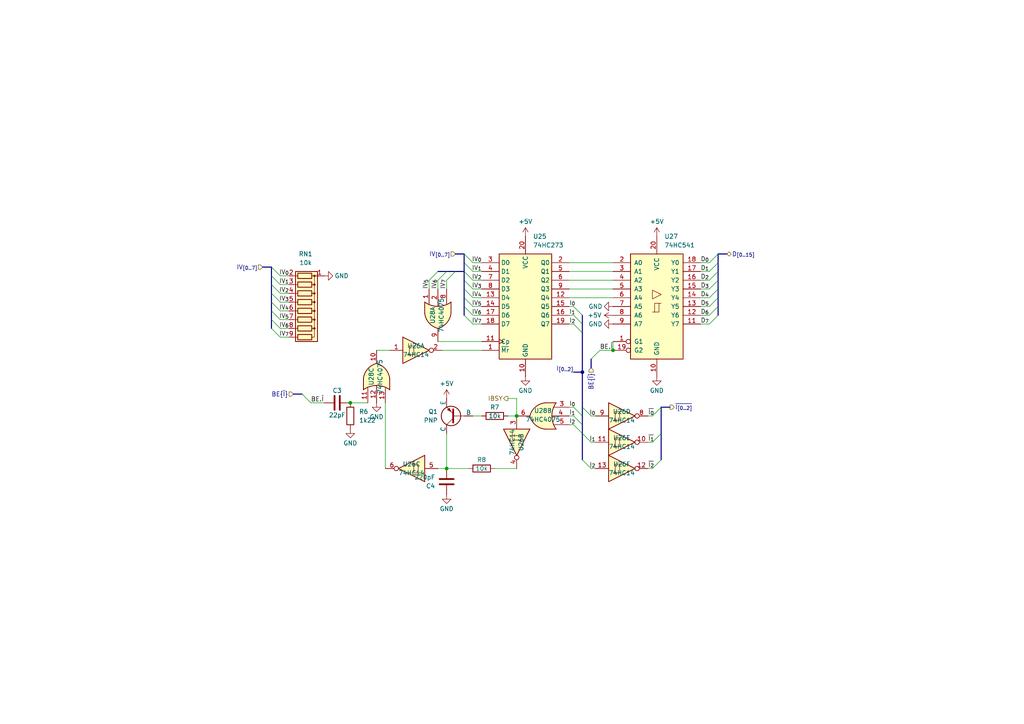
<source format=kicad_sch>
(kicad_sch (version 20231120) (generator "eeschema") (generator_version "8.0")
  (paper "A4")
  (lib_symbols
    (symbol "4xxx:4075" (pin_names (offset 1.016))
      (property "Reference" "U" (at 0 1.27 0))
      (property "Value" "4075" (at 0 -1.27 0))
      (symbol "4075_1_1"
        (arc (start -3.81 -3.81) (mid -2.589 0) (end -3.81 3.81) (stroke (width 0.254)))
        (arc (start -0.6096 -3.81) (mid 2.1842 -2.5851) (end 3.81 0) (stroke (width 0.254)) (fill (type background)))
        (polyline (pts (xy -3.81 -3.81) (xy -0.635 -3.81)) (stroke (width 0.254)) (fill (type background)))
        (polyline (pts (xy -3.81 3.81) (xy -0.635 3.81)) (stroke (width 0.254)) (fill (type background)))
        (polyline (pts (xy -0.635 3.81) (xy -3.81 3.81) (xy -3.81 3.81) (xy -3.556 3.4036) (xy -3.0226 2.2606) (xy -2.6924 1.0414) (xy -2.6162 -0.254) (xy -2.7686 -1.4986) (xy -3.175 -2.7178) (xy -3.81 -3.81) (xy -3.81 -3.81) (xy -0.635 -3.81)) (stroke (width -25.4)) (fill (type background)))
        (arc (start 3.81 0) (mid 2.1915 2.5936) (end -0.6096 3.81) (stroke (width 0.254)) (fill (type background)))
        (pin input line (at -7.62 2.54 0) (length 4.318) (name "~") (number "1"))
        (pin input line (at -7.62 0 0) (length 4.953) (name "~") (number "2"))
        (pin input line (at -7.62 -2.54 0) (length 4.318) (name "~") (number "8"))
        (pin output line (at 7.62 0 180) (length 3.81) (name "~") (number "9"))
      )
      (symbol "4075_1_2"
        (arc (start 0 -3.81) (mid 3.7934 0) (end 0 3.81) (stroke (width 0.254)) (fill (type background)))
        (polyline (pts (xy 0 3.81) (xy -3.81 3.81) (xy -3.81 -3.81) (xy 0 -3.81)) (stroke (width 0.254)) (fill (type background)))
        (pin input inverted (at -7.62 2.54 0) (length 3.81) (name "~") (number "1"))
        (pin input inverted (at -7.62 0 0) (length 3.81) (name "~") (number "2"))
        (pin input inverted (at -7.62 -2.54 0) (length 3.81) (name "~") (number "8"))
        (pin output inverted (at 7.62 0 180) (length 3.81) (name "~") (number "9"))
      )
      (symbol "4075_2_1"
        (arc (start -3.81 -3.81) (mid -2.589 0) (end -3.81 3.81) (stroke (width 0.254)))
        (arc (start -0.6096 -3.81) (mid 2.1842 -2.5851) (end 3.81 0) (stroke (width 0.254)) (fill (type background)))
        (polyline (pts (xy -3.81 -3.81) (xy -0.635 -3.81)) (stroke (width 0.254)) (fill (type background)))
        (polyline (pts (xy -3.81 3.81) (xy -0.635 3.81)) (stroke (width 0.254)) (fill (type background)))
        (polyline (pts (xy -0.635 3.81) (xy -3.81 3.81) (xy -3.81 3.81) (xy -3.556 3.4036) (xy -3.0226 2.2606) (xy -2.6924 1.0414) (xy -2.6162 -0.254) (xy -2.7686 -1.4986) (xy -3.175 -2.7178) (xy -3.81 -3.81) (xy -3.81 -3.81) (xy -0.635 -3.81)) (stroke (width -25.4)) (fill (type background)))
        (arc (start 3.81 0) (mid 2.1915 2.5936) (end -0.6096 3.81) (stroke (width 0.254)) (fill (type background)))
        (pin input line (at -7.62 2.54 0) (length 4.318) (name "~") (number "3"))
        (pin input line (at -7.62 0 0) (length 4.953) (name "~") (number "4"))
        (pin input line (at -7.62 -2.54 0) (length 4.318) (name "~") (number "5"))
        (pin output line (at 7.62 0 180) (length 3.81) (name "~") (number "6"))
      )
      (symbol "4075_2_2"
        (arc (start 0 -3.81) (mid 3.7934 0) (end 0 3.81) (stroke (width 0.254)) (fill (type background)))
        (polyline (pts (xy 0 3.81) (xy -3.81 3.81) (xy -3.81 -3.81) (xy 0 -3.81)) (stroke (width 0.254)) (fill (type background)))
        (pin input inverted (at -7.62 2.54 0) (length 3.81) (name "~") (number "3"))
        (pin input inverted (at -7.62 0 0) (length 3.81) (name "~") (number "4"))
        (pin input inverted (at -7.62 -2.54 0) (length 3.81) (name "~") (number "5"))
        (pin output inverted (at 7.62 0 180) (length 3.81) (name "~") (number "6"))
      )
      (symbol "4075_3_1"
        (arc (start -3.81 -3.81) (mid -2.589 0) (end -3.81 3.81) (stroke (width 0.254)))
        (arc (start -0.6096 -3.81) (mid 2.1842 -2.5851) (end 3.81 0) (stroke (width 0.254)) (fill (type background)))
        (polyline (pts (xy -3.81 -3.81) (xy -0.635 -3.81)) (stroke (width 0.254)) (fill (type background)))
        (polyline (pts (xy -3.81 3.81) (xy -0.635 3.81)) (stroke (width 0.254)) (fill (type background)))
        (polyline (pts (xy -0.635 3.81) (xy -3.81 3.81) (xy -3.81 3.81) (xy -3.556 3.4036) (xy -3.0226 2.2606) (xy -2.6924 1.0414) (xy -2.6162 -0.254) (xy -2.7686 -1.4986) (xy -3.175 -2.7178) (xy -3.81 -3.81) (xy -3.81 -3.81) (xy -0.635 -3.81)) (stroke (width -25.4)) (fill (type background)))
        (arc (start 3.81 0) (mid 2.1915 2.5936) (end -0.6096 3.81) (stroke (width 0.254)) (fill (type background)))
        (pin output line (at 7.62 0 180) (length 3.81) (name "~") (number "10"))
        (pin input line (at -7.62 2.54 0) (length 4.318) (name "~") (number "11"))
        (pin input line (at -7.62 0 0) (length 4.953) (name "~") (number "12"))
        (pin input line (at -7.62 -2.54 0) (length 4.318) (name "~") (number "13"))
      )
      (symbol "4075_3_2"
        (arc (start 0 -3.81) (mid 3.7934 0) (end 0 3.81) (stroke (width 0.254)) (fill (type background)))
        (polyline (pts (xy 0 3.81) (xy -3.81 3.81) (xy -3.81 -3.81) (xy 0 -3.81)) (stroke (width 0.254)) (fill (type background)))
        (pin output inverted (at 7.62 0 180) (length 3.81) (name "~") (number "10"))
        (pin input inverted (at -7.62 2.54 0) (length 3.81) (name "~") (number "11"))
        (pin input inverted (at -7.62 0 0) (length 3.81) (name "~") (number "12"))
        (pin input inverted (at -7.62 -2.54 0) (length 3.81) (name "~") (number "13"))
      )
      (symbol "4075_4_0"
        (pin power_in line (at 0 12.7 270) (length 5.08) (name "VDD") (number "14"))
        (pin power_in line (at 0 -12.7 90) (length 5.08) (name "VSS") (number "7"))
      )
      (symbol "4075_4_1"
        (rectangle (start -5.08 7.62) (end 5.08 -7.62) (stroke (width 0.254)) (fill (type background)))
      )
    )
    (symbol "74xx:74HC14" (pin_names (offset 1.016))
      (property "Reference" "U" (at 0 1.27 0))
      (property "Value" "74HC14" (at 0 -1.27 0))
      (symbol "74HC14_1_0"
        (polyline (pts (xy -3.81 3.81) (xy -3.81 -3.81) (xy 3.81 0) (xy -3.81 3.81)) (stroke (width 0.254)) (fill (type background)))
        (pin input line (at -7.62 0 0) (length 3.81) (name "~") (number "1"))
        (pin output inverted (at 7.62 0 180) (length 3.81) (name "~") (number "2"))
      )
      (symbol "74HC14_1_1"
        (polyline (pts (xy -1.905 -1.27) (xy -1.905 1.27) (xy -0.635 1.27)))
        (polyline (pts (xy -2.54 -1.27) (xy -0.635 -1.27) (xy -0.635 1.27) (xy 0 1.27)))
      )
      (symbol "74HC14_2_0"
        (polyline (pts (xy -3.81 3.81) (xy -3.81 -3.81) (xy 3.81 0) (xy -3.81 3.81)) (stroke (width 0.254)) (fill (type background)))
        (pin input line (at -7.62 0 0) (length 3.81) (name "~") (number "3"))
        (pin output inverted (at 7.62 0 180) (length 3.81) (name "~") (number "4"))
      )
      (symbol "74HC14_2_1"
        (polyline (pts (xy -1.905 -1.27) (xy -1.905 1.27) (xy -0.635 1.27)))
        (polyline (pts (xy -2.54 -1.27) (xy -0.635 -1.27) (xy -0.635 1.27) (xy 0 1.27)))
      )
      (symbol "74HC14_3_0"
        (polyline (pts (xy -3.81 3.81) (xy -3.81 -3.81) (xy 3.81 0) (xy -3.81 3.81)) (stroke (width 0.254)) (fill (type background)))
        (pin input line (at -7.62 0 0) (length 3.81) (name "~") (number "5"))
        (pin output inverted (at 7.62 0 180) (length 3.81) (name "~") (number "6"))
      )
      (symbol "74HC14_3_1"
        (polyline (pts (xy -1.905 -1.27) (xy -1.905 1.27) (xy -0.635 1.27)))
        (polyline (pts (xy -2.54 -1.27) (xy -0.635 -1.27) (xy -0.635 1.27) (xy 0 1.27)))
      )
      (symbol "74HC14_4_0"
        (polyline (pts (xy -3.81 3.81) (xy -3.81 -3.81) (xy 3.81 0) (xy -3.81 3.81)) (stroke (width 0.254)) (fill (type background)))
        (pin output inverted (at 7.62 0 180) (length 3.81) (name "~") (number "8"))
        (pin input line (at -7.62 0 0) (length 3.81) (name "~") (number "9"))
      )
      (symbol "74HC14_4_1"
        (polyline (pts (xy -1.905 -1.27) (xy -1.905 1.27) (xy -0.635 1.27)))
        (polyline (pts (xy -2.54 -1.27) (xy -0.635 -1.27) (xy -0.635 1.27) (xy 0 1.27)))
      )
      (symbol "74HC14_5_0"
        (polyline (pts (xy -3.81 3.81) (xy -3.81 -3.81) (xy 3.81 0) (xy -3.81 3.81)) (stroke (width 0.254)) (fill (type background)))
        (pin output inverted (at 7.62 0 180) (length 3.81) (name "~") (number "10"))
        (pin input line (at -7.62 0 0) (length 3.81) (name "~") (number "11"))
      )
      (symbol "74HC14_5_1"
        (polyline (pts (xy -1.905 -1.27) (xy -1.905 1.27) (xy -0.635 1.27)))
        (polyline (pts (xy -2.54 -1.27) (xy -0.635 -1.27) (xy -0.635 1.27) (xy 0 1.27)))
      )
      (symbol "74HC14_6_0"
        (polyline (pts (xy -3.81 3.81) (xy -3.81 -3.81) (xy 3.81 0) (xy -3.81 3.81)) (stroke (width 0.254)) (fill (type background)))
        (pin output inverted (at 7.62 0 180) (length 3.81) (name "~") (number "12"))
        (pin input line (at -7.62 0 0) (length 3.81) (name "~") (number "13"))
      )
      (symbol "74HC14_6_1"
        (polyline (pts (xy -1.905 -1.27) (xy -1.905 1.27) (xy -0.635 1.27)))
        (polyline (pts (xy -2.54 -1.27) (xy -0.635 -1.27) (xy -0.635 1.27) (xy 0 1.27)))
      )
      (symbol "74HC14_7_0"
        (pin power_in line (at 0 12.7 270) (length 5.08) (name "VCC") (number "14"))
        (pin power_in line (at 0 -12.7 90) (length 5.08) (name "GND") (number "7"))
      )
      (symbol "74HC14_7_1"
        (rectangle (start -5.08 7.62) (end 5.08 -7.62) (stroke (width 0.254)) (fill (type background)))
      )
    )
    (symbol "74xx:74HC273"
      (property "Reference" "U" (at -7.62 16.51 0))
      (property "Value" "74HC273" (at -7.62 -16.51 0))
      (symbol "74HC273_1_0"
        (pin input line (at -12.7 -12.7 0) (length 5.08) (name "~{Mr}") (number "1"))
        (pin power_in line (at 0 -20.32 90) (length 5.08) (name "GND") (number "10"))
        (pin input clock (at -12.7 -10.16 0) (length 5.08) (name "Cp") (number "11"))
        (pin output line (at 12.7 2.54 180) (length 5.08) (name "Q4") (number "12"))
        (pin input line (at -12.7 2.54 0) (length 5.08) (name "D4") (number "13"))
        (pin input line (at -12.7 0 0) (length 5.08) (name "D5") (number "14"))
        (pin output line (at 12.7 0 180) (length 5.08) (name "Q5") (number "15"))
        (pin output line (at 12.7 -2.54 180) (length 5.08) (name "Q6") (number "16"))
        (pin input line (at -12.7 -2.54 0) (length 5.08) (name "D6") (number "17"))
        (pin input line (at -12.7 -5.08 0) (length 5.08) (name "D7") (number "18"))
        (pin output line (at 12.7 -5.08 180) (length 5.08) (name "Q7") (number "19"))
        (pin output line (at 12.7 12.7 180) (length 5.08) (name "Q0") (number "2"))
        (pin power_in line (at 0 20.32 270) (length 5.08) (name "VCC") (number "20"))
        (pin input line (at -12.7 12.7 0) (length 5.08) (name "D0") (number "3"))
        (pin input line (at -12.7 10.16 0) (length 5.08) (name "D1") (number "4"))
        (pin output line (at 12.7 10.16 180) (length 5.08) (name "Q1") (number "5"))
        (pin output line (at 12.7 7.62 180) (length 5.08) (name "Q2") (number "6"))
        (pin input line (at -12.7 7.62 0) (length 5.08) (name "D2") (number "7"))
        (pin input line (at -12.7 5.08 0) (length 5.08) (name "D3") (number "8"))
        (pin output line (at 12.7 5.08 180) (length 5.08) (name "Q3") (number "9"))
      )
      (symbol "74HC273_1_1"
        (rectangle (start -7.62 15.24) (end 7.62 -15.24) (stroke (width 0.254)) (fill (type background)))
      )
    )
    (symbol "74xx:74LS541" (pin_names (offset 1.016))
      (property "Reference" "U" (at -7.62 16.51 0))
      (property "Value" "74LS541" (at -7.62 -16.51 0))
      (symbol "74LS541_1_0"
        (polyline (pts (xy -0.635 -1.6002) (xy -0.635 0.9398) (xy 0.635 0.9398)))
        (polyline (pts (xy -1.27 -1.6002) (xy 0.635 -1.6002) (xy 0.635 0.9398) (xy 1.27 0.9398)))
        (polyline (pts (xy 1.27 3.4798) (xy -1.27 4.7498) (xy -1.27 2.2098) (xy 1.27 3.4798)) (stroke (width 0.1524)))
        (pin input inverted (at -12.7 -10.16 0) (length 5.08) (name "G1") (number "1"))
        (pin power_in line (at 0 -20.32 90) (length 5.08) (name "GND") (number "10"))
        (pin tri_state line (at 12.7 -5.08 180) (length 5.08) (name "Y7") (number "11"))
        (pin tri_state line (at 12.7 -2.54 180) (length 5.08) (name "Y6") (number "12"))
        (pin tri_state line (at 12.7 0 180) (length 5.08) (name "Y5") (number "13"))
        (pin tri_state line (at 12.7 2.54 180) (length 5.08) (name "Y4") (number "14"))
        (pin tri_state line (at 12.7 5.08 180) (length 5.08) (name "Y3") (number "15"))
        (pin tri_state line (at 12.7 7.62 180) (length 5.08) (name "Y2") (number "16"))
        (pin tri_state line (at 12.7 10.16 180) (length 5.08) (name "Y1") (number "17"))
        (pin tri_state line (at 12.7 12.7 180) (length 5.08) (name "Y0") (number "18"))
        (pin input inverted (at -12.7 -12.7 0) (length 5.08) (name "G2") (number "19"))
        (pin input line (at -12.7 12.7 0) (length 5.08) (name "A0") (number "2"))
        (pin power_in line (at 0 20.32 270) (length 5.08) (name "VCC") (number "20"))
        (pin input line (at -12.7 10.16 0) (length 5.08) (name "A1") (number "3"))
        (pin input line (at -12.7 7.62 0) (length 5.08) (name "A2") (number "4"))
        (pin input line (at -12.7 5.08 0) (length 5.08) (name "A3") (number "5"))
        (pin input line (at -12.7 2.54 0) (length 5.08) (name "A4") (number "6"))
        (pin input line (at -12.7 0 0) (length 5.08) (name "A5") (number "7"))
        (pin input line (at -12.7 -2.54 0) (length 5.08) (name "A6") (number "8"))
        (pin input line (at -12.7 -5.08 0) (length 5.08) (name "A7") (number "9"))
      )
      (symbol "74LS541_1_1"
        (rectangle (start -7.62 15.24) (end 7.62 -15.24) (stroke (width 0.254)) (fill (type background)))
      )
    )
    (symbol "Device:C" (pin_numbers hide) (pin_names (offset 0.254))
      (property "Reference" "C" (at 0.635 2.54 0))
      (property "Value" "C" (at 0.635 -2.54 0))
      (symbol "C_0_1"
        (polyline (pts (xy -2.032 -0.762) (xy 2.032 -0.762)) (stroke (width 0.508)))
        (polyline (pts (xy -2.032 0.762) (xy 2.032 0.762)) (stroke (width 0.508)))
      )
      (symbol "C_1_1"
        (pin passive line (at 0 3.81 270) (length 2.794) (name "~") (number "1"))
        (pin passive line (at 0 -3.81 90) (length 2.794) (name "~") (number "2"))
      )
    )
    (symbol "Device:R" (pin_numbers hide) (pin_names (offset 0))
      (property "Reference" "R" (at 2.032 0 90))
      (property "Value" "R" (at 0 0 90))
      (symbol "R_0_1"
        (rectangle (start -1.016 -2.54) (end 1.016 2.54) (stroke (width 0.254)))
      )
      (symbol "R_1_1"
        (pin passive line (at 0 3.81 270) (length 1.27) (name "~") (number "1"))
        (pin passive line (at 0 -3.81 90) (length 1.27) (name "~") (number "2"))
      )
    )
    (symbol "Device:R_Network08" (pin_names (offset 0) hide)
      (property "Reference" "RN" (at -12.7 0 90))
      (property "Value" "R_Network08" (at 10.16 0 90))
      (symbol "R_Network08_0_1"
        (rectangle (start -11.43 -3.175) (end 8.89 3.175) (stroke (width 0.254)) (fill (type background)))
        (rectangle (start -10.922 1.524) (end -9.398 -2.54) (stroke (width 0.254)))
        (circle (center -10.16 2.286) (radius 0.254) (fill (type outline)))
        (rectangle (start -8.382 1.524) (end -6.858 -2.54) (stroke (width 0.254)))
        (circle (center -7.62 2.286) (radius 0.254) (fill (type outline)))
        (rectangle (start -5.842 1.524) (end -4.318 -2.54) (stroke (width 0.254)))
        (circle (center -5.08 2.286) (radius 0.254) (fill (type outline)))
        (rectangle (start -3.302 1.524) (end -1.778 -2.54) (stroke (width 0.254)))
        (circle (center -2.54 2.286) (radius 0.254) (fill (type outline)))
        (rectangle (start -0.762 1.524) (end 0.762 -2.54) (stroke (width 0.254)))
        (polyline (pts (xy -10.16 -2.54) (xy -10.16 -3.81)))
        (polyline (pts (xy -7.62 -2.54) (xy -7.62 -3.81)))
        (polyline (pts (xy -5.08 -2.54) (xy -5.08 -3.81)))
        (polyline (pts (xy -2.54 -2.54) (xy -2.54 -3.81)))
        (polyline (pts (xy 0 -2.54) (xy 0 -3.81)))
        (polyline (pts (xy 2.54 -2.54) (xy 2.54 -3.81)))
        (polyline (pts (xy 5.08 -2.54) (xy 5.08 -3.81)))
        (polyline (pts (xy 7.62 -2.54) (xy 7.62 -3.81)))
        (polyline (pts (xy -10.16 1.524) (xy -10.16 2.286) (xy -7.62 2.286) (xy -7.62 1.524)))
        (polyline (pts (xy -7.62 1.524) (xy -7.62 2.286) (xy -5.08 2.286) (xy -5.08 1.524)))
        (polyline (pts (xy -5.08 1.524) (xy -5.08 2.286) (xy -2.54 2.286) (xy -2.54 1.524)))
        (polyline (pts (xy -2.54 1.524) (xy -2.54 2.286) (xy 0 2.286) (xy 0 1.524)))
        (polyline (pts (xy 0 1.524) (xy 0 2.286) (xy 2.54 2.286) (xy 2.54 1.524)))
        (polyline (pts (xy 2.54 1.524) (xy 2.54 2.286) (xy 5.08 2.286) (xy 5.08 1.524)))
        (polyline (pts (xy 5.08 1.524) (xy 5.08 2.286) (xy 7.62 2.286) (xy 7.62 1.524)))
        (circle (center 0 2.286) (radius 0.254) (fill (type outline)))
        (rectangle (start 1.778 1.524) (end 3.302 -2.54) (stroke (width 0.254)))
        (circle (center 2.54 2.286) (radius 0.254) (fill (type outline)))
        (rectangle (start 4.318 1.524) (end 5.842 -2.54) (stroke (width 0.254)))
        (circle (center 5.08 2.286) (radius 0.254) (fill (type outline)))
        (rectangle (start 6.858 1.524) (end 8.382 -2.54) (stroke (width 0.254)))
      )
      (symbol "R_Network08_1_1"
        (pin passive line (at -10.16 5.08 270) (length 2.54) (name "common") (number "1"))
        (pin passive line (at -10.16 -5.08 90) (length 1.27) (name "R1") (number "2"))
        (pin passive line (at -7.62 -5.08 90) (length 1.27) (name "R2") (number "3"))
        (pin passive line (at -5.08 -5.08 90) (length 1.27) (name "R3") (number "4"))
        (pin passive line (at -2.54 -5.08 90) (length 1.27) (name "R4") (number "5"))
        (pin passive line (at 0 -5.08 90) (length 1.27) (name "R5") (number "6"))
        (pin passive line (at 2.54 -5.08 90) (length 1.27) (name "R6") (number "7"))
        (pin passive line (at 5.08 -5.08 90) (length 1.27) (name "R7") (number "8"))
        (pin passive line (at 7.62 -5.08 90) (length 1.27) (name "R8") (number "9"))
      )
    )
    (symbol "Simulation_SPICE:PNP" (pin_numbers hide) (pin_names (offset 0))
      (property "Reference" "Q" (at -2.54 7.62 0))
      (property "Value" "PNP" (at -2.54 5.08 0))
      (symbol "PNP_0_1"
        (polyline (pts (xy -2.54 0) (xy 0.635 0)) (stroke (width 0.1524)))
        (polyline (pts (xy 0.635 0.635) (xy 2.54 2.54)))
        (polyline (pts (xy 0.635 -0.635) (xy 2.54 -2.54) (xy 2.54 -2.54)))
        (polyline (pts (xy 0.635 1.905) (xy 0.635 -1.905) (xy 0.635 -1.905)) (stroke (width 0.508)))
        (polyline (pts (xy 2.286 -1.778) (xy 1.778 -2.286) (xy 1.27 -1.27) (xy 2.286 -1.778) (xy 2.286 -1.778)) (fill (type outline)))
        (circle (center 1.27 0) (radius 2.8194) (stroke (width 0.254)))
      )
      (symbol "PNP_1_1"
        (pin open_collector line (at 2.54 5.08 270) (length 2.54) (name "C") (number "1"))
        (pin input line (at -5.08 0 0) (length 2.54) (name "B") (number "2"))
        (pin open_emitter line (at 2.54 -5.08 90) (length 2.54) (name "E") (number "3"))
      )
    )
    (symbol "power:+9V" (power) (pin_numbers hide) (pin_names (offset 0) hide)
      (property "Value" "+9V" (at 0 3.556 0))
      (symbol "+9V_0_1"
        (polyline (pts (xy -0.762 1.27) (xy 0 2.54)))
        (polyline (pts (xy 0 0) (xy 0 2.54)))
        (polyline (pts (xy 0 2.54) (xy 0.762 1.27)))
      )
      (symbol "+9V_1_1"
        (pin power_in line (at 0 0 90) (length 0) (name "~") (number "1"))
      )
    )
    (symbol "power:GND" (power) (pin_numbers hide) (pin_names (offset 0) hide)
      (property "Value" "GND" (at 0 -3.81 0))
      (symbol "GND_0_1"
        (polyline (pts (xy 0 0) (xy 0 -1.27) (xy 1.27 -1.27) (xy 0 -2.54) (xy -1.27 -1.27) (xy 0 -1.27)))
      )
      (symbol "GND_1_1"
        (pin power_in line (at 0 0 270) (length 0) (name "~") (number "1"))
      )
    )
  )
  (junction (at 101.6 116.84))
  (junction (at 168.91 107.95))
  (junction (at 149.86 120.65))
  (junction (at 129.54 135.89))
  (junction (at 177.8 101.6))
  (bus_entry (at 168.91 93.98) (size -2.54 -2.54))
  (bus_entry (at 134.62 88.9) (size 2.54 2.54))
  (bus_entry (at 134.62 83.82) (size 2.54 2.54))
  (bus_entry (at 168.91 118.11) (size 2.54 2.54))
  (bus_entry (at 191.77 133.35) (size -2.54 2.54))
  (bus_entry (at 134.62 81.28) (size 2.54 2.54))
  (bus_entry (at 205.74 83.82) (size 2.54 -2.54))
  (bus_entry (at 205.74 76.2) (size 2.54 -2.54))
  (bus_entry (at 168.91 133.35) (size 2.54 2.54))
  (bus_entry (at 132.08 78.74) (size -2.54 2.54))
  (bus_entry (at 134.62 76.2) (size 2.54 2.54))
  (bus_entry (at 78.74 87.63) (size 2.54 2.54))
  (bus_entry (at 191.77 125.73) (size -2.54 2.54))
  (bus_entry (at 87.63 114.3) (size 2.54 2.54))
  (bus_entry (at 205.74 81.28) (size 2.54 -2.54))
  (bus_entry (at 191.77 118.11) (size -2.54 2.54))
  (bus_entry (at 205.74 88.9) (size 2.54 -2.54))
  (bus_entry (at 205.74 91.44) (size 2.54 -2.54))
  (bus_entry (at 205.74 78.74) (size 2.54 -2.54))
  (bus_entry (at 78.74 95.25) (size 2.54 2.54))
  (bus_entry (at 78.74 82.55) (size 2.54 2.54))
  (bus_entry (at 127 78.74) (size -2.54 2.54))
  (bus_entry (at 205.74 93.98) (size 2.54 -2.54))
  (bus_entry (at 171.45 104.14) (size 2.54 -2.54))
  (bus_entry (at 134.62 86.36) (size 2.54 2.54))
  (bus_entry (at 78.74 92.71) (size 2.54 2.54))
  (bus_entry (at 205.74 86.36) (size 2.54 -2.54))
  (bus_entry (at 168.91 120.65) (size -2.54 -2.54))
  (bus_entry (at 78.74 77.47) (size 2.54 2.54))
  (bus_entry (at 168.91 125.73) (size 2.54 2.54))
  (bus_entry (at 78.74 90.17) (size 2.54 2.54))
  (bus_entry (at 129.54 78.74) (size -2.54 2.54))
  (bus_entry (at 134.62 91.44) (size 2.54 2.54))
  (bus_entry (at 168.91 125.73) (size -2.54 -2.54))
  (bus_entry (at 134.62 73.66) (size 2.54 2.54))
  (bus_entry (at 78.74 80.01) (size 2.54 2.54))
  (bus_entry (at 168.91 96.52) (size -2.54 -2.54))
  (bus_entry (at 168.91 91.44) (size -2.54 -2.54))
  (bus_entry (at 78.74 85.09) (size 2.54 2.54))
  (bus_entry (at 134.62 78.74) (size 2.54 2.54))
  (bus_entry (at 168.91 123.19) (size -2.54 -2.54))
  (bus (pts (xy 132.08 78.74) (xy 134.62 78.74)))
  (bus (pts (xy 78.74 82.55) (xy 78.74 85.09)))
  (wire (pts (xy 137.16 88.9) (xy 139.7 88.9)))
  (bus (pts (xy 208.28 73.66) (xy 210.82 73.66)))
  (bus (pts (xy 132.08 78.74) (xy 129.54 78.74)))
  (wire (pts (xy 137.16 120.65) (xy 139.7 120.65)))
  (bus (pts (xy 168.91 125.73) (xy 168.91 133.35)))
  (wire (pts (xy 189.23 128.27) (xy 187.96 128.27)))
  (wire (pts (xy 147.32 120.65) (xy 149.86 120.65)))
  (bus (pts (xy 208.28 83.82) (xy 208.28 81.28)))
  (wire (pts (xy 203.2 93.98) (xy 205.74 93.98)))
  (wire (pts (xy 149.86 120.65) (xy 149.86 115.57)))
  (wire (pts (xy 101.6 116.84) (xy 106.68 116.84)))
  (wire (pts (xy 81.28 85.09) (xy 83.82 85.09)))
  (wire (pts (xy 173.99 101.6) (xy 177.8 101.6)))
  (bus (pts (xy 134.62 88.9) (xy 134.62 91.44)))
  (wire (pts (xy 137.16 76.2) (xy 139.7 76.2)))
  (bus (pts (xy 168.91 118.11) (xy 168.91 120.65)))
  (wire (pts (xy 128.27 101.6) (xy 139.7 101.6)))
  (wire (pts (xy 189.23 135.89) (xy 187.96 135.89)))
  (wire (pts (xy 129.54 135.89) (xy 135.89 135.89)))
  (wire (pts (xy 81.28 95.25) (xy 83.82 95.25)))
  (bus (pts (xy 78.74 87.63) (xy 78.74 90.17)))
  (bus (pts (xy 171.45 106.68) (xy 171.45 104.14)))
  (bus (pts (xy 134.62 81.28) (xy 134.62 83.82)))
  (wire (pts (xy 127 135.89) (xy 129.54 135.89)))
  (bus (pts (xy 168.91 91.44) (xy 168.91 93.98)))
  (wire (pts (xy 171.45 135.89) (xy 172.72 135.89)))
  (wire (pts (xy 203.2 81.28) (xy 205.74 81.28)))
  (bus (pts (xy 208.28 78.74) (xy 208.28 76.2)))
  (wire (pts (xy 166.37 118.11) (xy 165.1 118.11)))
  (bus (pts (xy 168.91 93.98) (xy 168.91 96.52)))
  (wire (pts (xy 137.16 93.98) (xy 139.7 93.98)))
  (wire (pts (xy 81.28 97.79) (xy 83.82 97.79)))
  (wire (pts (xy 81.28 80.01) (xy 83.82 80.01)))
  (wire (pts (xy 137.16 81.28) (xy 139.7 81.28)))
  (bus (pts (xy 129.54 78.74) (xy 127 78.74)))
  (bus (pts (xy 168.91 107.95) (xy 168.91 118.11)))
  (bus (pts (xy 191.77 125.73) (xy 191.77 133.35)))
  (wire (pts (xy 166.37 93.98) (xy 165.1 93.98)))
  (bus (pts (xy 208.28 91.44) (xy 208.28 88.9)))
  (wire (pts (xy 203.2 86.36) (xy 205.74 86.36)))
  (wire (pts (xy 129.54 81.28) (xy 129.54 83.82)))
  (bus (pts (xy 76.2 77.47) (xy 78.74 77.47)))
  (bus (pts (xy 168.91 120.65) (xy 168.91 123.19)))
  (bus (pts (xy 168.91 96.52) (xy 168.91 107.95)))
  (wire (pts (xy 171.45 120.65) (xy 172.72 120.65)))
  (bus (pts (xy 208.28 81.28) (xy 208.28 78.74)))
  (bus (pts (xy 168.91 123.19) (xy 168.91 125.73)))
  (bus (pts (xy 78.74 85.09) (xy 78.74 87.63)))
  (wire (pts (xy 124.46 81.28) (xy 124.46 83.82)))
  (bus (pts (xy 134.62 78.74) (xy 134.62 81.28)))
  (wire (pts (xy 111.76 116.84) (xy 111.76 135.89)))
  (wire (pts (xy 166.37 123.19) (xy 165.1 123.19)))
  (wire (pts (xy 189.23 120.65) (xy 187.96 120.65)))
  (bus (pts (xy 191.77 118.11) (xy 191.77 125.73)))
  (bus (pts (xy 134.62 73.66) (xy 134.62 76.2)))
  (bus (pts (xy 132.08 73.66) (xy 134.62 73.66)))
  (wire (pts (xy 90.17 116.84) (xy 93.98 116.84)))
  (bus (pts (xy 78.74 80.01) (xy 78.74 82.55)))
  (wire (pts (xy 165.1 86.36) (xy 177.8 86.36)))
  (wire (pts (xy 113.03 101.6) (xy 109.22 101.6)))
  (bus (pts (xy 134.62 86.36) (xy 134.62 88.9)))
  (bus (pts (xy 134.62 76.2) (xy 134.62 78.74)))
  (wire (pts (xy 143.51 135.89) (xy 149.86 135.89)))
  (wire (pts (xy 203.2 91.44) (xy 205.74 91.44)))
  (bus (pts (xy 78.74 92.71) (xy 78.74 95.25)))
  (wire (pts (xy 137.16 91.44) (xy 139.7 91.44)))
  (bus (pts (xy 78.74 77.47) (xy 78.74 80.01)))
  (bus (pts (xy 208.28 86.36) (xy 208.28 83.82)))
  (bus (pts (xy 85.09 114.3) (xy 87.63 114.3)))
  (bus (pts (xy 78.74 90.17) (xy 78.74 92.71)))
  (bus (pts (xy 134.62 83.82) (xy 134.62 86.36)))
  (wire (pts (xy 127 99.06) (xy 139.7 99.06)))
  (wire (pts (xy 127 81.28) (xy 127 83.82)))
  (wire (pts (xy 203.2 83.82) (xy 205.74 83.82)))
  (bus (pts (xy 166.37 107.95) (xy 168.91 107.95)))
  (wire (pts (xy 203.2 78.74) (xy 205.74 78.74)))
  (wire (pts (xy 165.1 78.74) (xy 177.8 78.74)))
  (bus (pts (xy 208.28 76.2) (xy 208.28 73.66)))
  (wire (pts (xy 81.28 82.55) (xy 83.82 82.55)))
  (wire (pts (xy 81.28 92.71) (xy 83.82 92.71)))
  (wire (pts (xy 166.37 120.65) (xy 165.1 120.65)))
  (wire (pts (xy 129.54 125.73) (xy 129.54 135.89)))
  (wire (pts (xy 165.1 76.2) (xy 177.8 76.2)))
  (wire (pts (xy 166.37 91.44) (xy 165.1 91.44)))
  (wire (pts (xy 147.32 115.57) (xy 149.86 115.57)))
  (wire (pts (xy 81.28 90.17) (xy 83.82 90.17)))
  (wire (pts (xy 81.28 87.63) (xy 83.82 87.63)))
  (wire (pts (xy 137.16 83.82) (xy 139.7 83.82)))
  (wire (pts (xy 137.16 78.74) (xy 139.7 78.74)))
  (bus (pts (xy 208.28 88.9) (xy 208.28 86.36)))
  (bus (pts (xy 191.77 118.11) (xy 194.31 118.11)))
  (wire (pts (xy 177.8 99.06) (xy 177.8 101.6)))
  (wire (pts (xy 203.2 76.2) (xy 205.74 76.2)))
  (wire (pts (xy 171.45 128.27) (xy 172.72 128.27)))
  (wire (pts (xy 203.2 88.9) (xy 205.74 88.9)))
  (wire (pts (xy 137.16 86.36) (xy 139.7 86.36)))
  (wire (pts (xy 165.1 83.82) (xy 177.8 83.82)))
  (wire (pts (xy 165.1 81.28) (xy 177.8 81.28)))
  (wire (pts (xy 166.37 88.9) (xy 165.1 88.9)))
  (label "IV_{2}" (at 83.82 85.09 180))
  (label "IV_{4}" (at 139.7 86.36 180))
  (label "IV_{2}" (at 139.7 81.28 180))
  (label "IV_{5}" (at 124.46 83.82 90))
  (label "D_{4}" (at 203.2 86.36 0))
  (label "I_{0}" (at 172.72 120.65 180))
  (label "D_{3}" (at 203.2 83.82 0))
  (label "~{I_{1}}" (at 187.96 128.27 0))
  (label "I_{2}" (at 172.72 135.89 180))
  (label "~{I_{2}}" (at 187.96 135.89 0))
  (label "D_{5}" (at 203.2 88.9 0))
  (label "IV_{5}" (at 83.82 92.71 180))
  (label "BE.~{I}" (at 177.8 101.6 180))
  (label "IV_{6}" (at 127 83.82 90))
  (label "I_{0}" (at 165.1 88.9 0))
  (label "IV_{6}" (at 83.82 95.25 180))
  (label "IV_{4}" (at 83.82 90.17 180))
  (label "IV_{3}" (at 83.82 87.63 180))
  (label "I_{2}" (at 165.1 123.19 0))
  (label "I_{1}" (at 172.72 128.27 180))
  (label "IV_{1}" (at 139.7 78.74 180))
  (label "IV_{6}" (at 139.7 91.44 180))
  (label "I_{0}" (at 165.1 118.11 0))
  (label "IV_{0}" (at 139.7 76.2 180))
  (label "IV_{7}" (at 83.82 97.79 180))
  (label "I_{1}" (at 165.1 120.65 0))
  (label "~{I_{0}}" (at 187.96 120.65 0))
  (label "D_{1}" (at 203.2 78.74 0))
  (label "BE.~{I}" (at 93.98 116.84 180))
  (label "IV_{7}" (at 129.54 83.82 90))
  (label "IV_{7}" (at 139.7 93.98 180))
  (label "IV_{1}" (at 83.82 82.55 180))
  (label "IV_{3}" (at 139.7 83.82 180))
  (label "D_{6}" (at 203.2 91.44 0))
  (label "D_{2}" (at 203.2 81.28 0))
  (label "I_{2}" (at 165.1 93.98 0))
  (label "I_{1}" (at 165.1 91.44 0))
  (label "IV_{5}" (at 139.7 88.9 180))
  (label "D_{7}" (at 203.2 93.98 0))
  (label "I_{[0..2]}" (at 166.37 107.95 180))
  (label "IV_{0}" (at 83.82 80.01 180))
  (label "D_{0}" (at 203.2 76.2 0))
  (hierarchical_label "BE{~{I}}" (shape input) (at 171.45 106.68 270))
  (hierarchical_label "~{I_{[0..2]}}" (shape output) (at 194.31 118.11 0))
  (hierarchical_label "IV_{[0..7]}" (shape input) (at 76.2 77.47 180))
  (hierarchical_label "BE{~{I}}" (shape input) (at 85.09 114.3 180))
  (hierarchical_label "IBSY" (shape output) (at 147.32 115.57 180))
  (hierarchical_label "D_{[0..15]}" (shape bidirectional) (at 210.82 73.66 0))
  (hierarchical_label "IV_{[0..7]}" (shape input) (at 132.08 73.66 180))
  (symbol (lib_id "power:GND") (at 109.22 116.84 0) (mirror y) (unit 1)
    (property "Reference" "#PWR094" (effects (hide yes)))
    (property "Value" "GND" (at 109.22 120.904 0))
    (property "Description" "Power symbol creates a global label with name \"GND\" , ground" (effects (hide yes)))
  )
  (symbol (lib_id "74xx:74HC14") (at 120.65 101.6 0) (unit 1)
    (property "Reference" "U26" (at 120.65 100.33 0))
    (property "Value" "74HC14" (at 120.65 102.87 0))
    (property "Footprint" "Package_DIP:DIP-14_W7.62mm_Socket" (effects (hide yes)))
    (property "Datasheet" "http://www.ti.com/lit/gpn/sn74HC14" (effects (hide yes)))
    (property "Description" "Hex inverter schmitt trigger" (effects (hide yes)))
  )
  (symbol (lib_id "4xxx:4075") (at 330.2 10.16 90) (unit 4)
    (property "Reference" "U28" (at 330.2 8.89 90))
    (property "Value" "74HC4075" (at 330.2 11.43 90))
    (property "Footprint" "Package_DIP:DIP-14_W7.62mm_Socket" (effects (hide yes)))
    (property "Datasheet" "http://www.intersil.com/content/dam/Intersil/documents/cd40/cd4071bms-72bms-75bms.pdf" (effects (hide yes)))
    (property "Description" "Triple Or 3 inputs" (effects (hide yes)))
  )
  (symbol (lib_id "power:+9V") (at 129.54 115.57 0) (unit 1)
    (property "Reference" "#PWR092" (effects (hide yes)))
    (property "Value" "+5V" (at 129.54 111.252 0))
    (property "Description" "Power symbol creates a global label with name \"+9V\"" (effects (hide yes)))
  )
  (symbol (lib_id "power:GND") (at 177.8 93.98 270) (unit 1)
    (property "Reference" "#PWR085" (effects (hide yes)))
    (property "Value" "GND" (at 174.752 93.98 90) (effects (justify right)))
    (property "Description" "Power symbol creates a global label with name \"GND\" , ground" (effects (hide yes)))
  )
  (symbol (lib_id "power:GND") (at 101.6 124.46 0) (mirror y) (unit 1)
    (property "Reference" "#PWR091" (effects (hide yes)))
    (property "Value" "GND" (at 101.6 128.524 0))
    (property "Description" "Power symbol creates a global label with name \"GND\" , ground" (effects (hide yes)))
  )
  (symbol (lib_id "power:GND") (at 129.54 143.51 0) (mirror y) (unit 1)
    (property "Reference" "#PWR093" (effects (hide yes)))
    (property "Value" "GND" (at 129.54 147.574 0))
    (property "Description" "Power symbol creates a global label with name \"GND\" , ground" (effects (hide yes)))
  )
  (symbol (lib_id "Device:C") (at 97.79 116.84 90) (unit 1)
    (property "Reference" "C3" (at 97.79 113.284 90))
    (property "Value" "22pF" (at 97.79 120.396 90))
    (property "Footprint" "Capacitor_THT:C_Disc_P2.54mm" (effects (hide yes)))
    (property "Description" "Unpolarized capacitor" (effects (hide yes)))
  )
  (symbol (lib_id "4xxx:4075") (at 109.22 109.22 90) (unit 3)
    (property "Reference" "U28" (at 107.696 109.22 0))
    (property "Value" "74HC4075" (at 110.236 109.22 0))
    (property "Footprint" "Package_DIP:DIP-14_W7.62mm_Socket" (effects (hide yes)))
    (property "Datasheet" "http://www.intersil.com/content/dam/Intersil/documents/cd40/cd4071bms-72bms-75bms.pdf" (effects (hide yes)))
    (property "Description" "Triple Or 3 inputs" (effects (hide yes)))
  )
  (symbol (lib_id "74xx:74HC14") (at 149.86 128.27 270) (unit 2)
    (property "Reference" "U26" (at 151.13 128.27 0))
    (property "Value" "74HC14" (at 148.59 128.27 0))
    (property "Footprint" "Package_DIP:DIP-14_W7.62mm_Socket" (effects (hide yes)))
    (property "Datasheet" "http://www.ti.com/lit/gpn/sn74HC14" (effects (hide yes)))
    (property "Description" "Hex inverter schmitt trigger" (effects (hide yes)))
  )
  (symbol (lib_id "power:GND") (at 93.98 80.01 90) (mirror x) (unit 1)
    (property "Reference" "#PWR087" (effects (hide yes)))
    (property "Value" "GND" (at 97.028 80.01 90) (effects (justify right)))
    (property "Description" "Power symbol creates a global label with name \"GND\" , ground" (effects (hide yes)))
  )
  (symbol (lib_id "Device:R") (at 139.7 135.89 90) (unit 1)
    (property "Reference" "R8" (at 139.7 133.35 90))
    (property "Value" "10k" (at 139.7 135.89 90))
    (property "Footprint" "Resistor_THT:R_Axial_DIN0207_L6.3mm_D2.5mm_P2.54mm_Vertical" (effects (hide yes)))
    (property "Description" "Resistor" (effects (hide yes)))
  )
  (symbol (lib_id "74xx:74HC14") (at 180.34 128.27 0) (unit 5)
    (property "Reference" "U26" (at 180.34 127 0))
    (property "Value" "74HC14" (at 180.34 129.54 0))
    (property "Footprint" "Package_DIP:DIP-14_W7.62mm_Socket" (effects (hide yes)))
    (property "Datasheet" "http://www.ti.com/lit/gpn/sn74HC14" (effects (hide yes)))
    (property "Description" "Hex inverter schmitt trigger" (effects (hide yes)))
  )
  (symbol (lib_id "Device:C") (at 129.54 139.7 0) (mirror x) (unit 1)
    (property "Reference" "C4" (at 126.238 140.97 0) (effects (justify right)))
    (property "Value" "220pF" (at 126.238 138.43 0) (effects (justify right)))
    (property "Footprint" "Capacitor_THT:C_Disc_P2.54mm" (effects (hide yes)))
    (property "Description" "Unpolarized capacitor" (effects (hide yes)))
  )
  (symbol (lib_id "Device:R_Network08") (at 88.9 90.17 270) (unit 1)
    (property "Reference" "RN1" (at 88.646 73.66 90))
    (property "Value" "10k" (at 88.646 76.2 90))
    (property "Footprint" "Resistor_THT:R_Array_SIP9" (effects (hide yes)))
    (property "Datasheet" "http://www.vishay.com/docs/31509/csc.pdf" (effects (hide yes)))
    (property "Description" "8 resistor network, star topology, bussed resistors, small symbol" (effects (hide yes)))
  )
  (symbol (lib_id "74xx:74HC14") (at 180.34 135.89 0) (unit 6)
    (property "Reference" "U26" (at 180.34 134.62 0))
    (property "Value" "74HC14" (at 180.34 137.16 0))
    (property "Footprint" "Package_DIP:DIP-14_W7.62mm_Socket" (effects (hide yes)))
    (property "Datasheet" "http://www.ti.com/lit/gpn/sn74HC14" (effects (hide yes)))
    (property "Description" "Hex inverter schmitt trigger" (effects (hide yes)))
  )
  (symbol (lib_id "4xxx:4075") (at 157.48 120.65 0) (mirror y) (unit 2)
    (property "Reference" "U28" (at 157.48 119.126 0))
    (property "Value" "74HC4075" (at 157.48 121.666 0))
    (property "Footprint" "Package_DIP:DIP-14_W7.62mm_Socket" (effects (hide yes)))
    (property "Datasheet" "http://www.intersil.com/content/dam/Intersil/documents/cd40/cd4071bms-72bms-75bms.pdf" (effects (hide yes)))
    (property "Description" "Triple Or 3 inputs" (effects (hide yes)))
  )
  (symbol (lib_id "4xxx:4075") (at 127 91.44 90) (mirror x) (unit 1)
    (property "Reference" "U28" (at 125.476 91.44 0))
    (property "Value" "74HC4075" (at 128.016 91.44 0))
    (property "Footprint" "Package_DIP:DIP-14_W7.62mm_Socket" (effects (hide yes)))
    (property "Datasheet" "http://www.intersil.com/content/dam/Intersil/documents/cd40/cd4071bms-72bms-75bms.pdf" (effects (hide yes)))
    (property "Description" "Triple Or 3 inputs" (effects (hide yes)))
  )
  (symbol (lib_id "74xx:74LS541") (at 190.5 88.9 0) (unit 1)
    (property "Reference" "U27" (at 192.6941 68.58 0) (effects (justify left)))
    (property "Value" "74HC541" (at 192.6941 71.12 0) (effects (justify left)))
    (property "Footprint" "Package_DIP:DIP-20_W7.62mm_Socket" (effects (hide yes)))
    (property "Datasheet" "http://www.ti.com/lit/gpn/sn74LS541" (effects (hide yes)))
    (property "Description" "8-bit Buffer/Line Driver 3-state outputs" (effects (hide yes)))
  )
  (symbol (lib_id "power:+9V") (at 190.5 68.58 0) (unit 1)
    (property "Reference" "#PWR02" (effects (hide yes)))
    (property "Value" "+5V" (at 190.5 64.262 0))
    (property "Description" "Power symbol creates a global label with name \"+9V\"" (effects (hide yes)))
  )
  (symbol (lib_id "74xx:74HC14") (at 180.34 120.65 0) (unit 4)
    (property "Reference" "U26" (at 180.34 119.38 0))
    (property "Value" "74HC14" (at 180.34 121.92 0))
    (property "Footprint" "Package_DIP:DIP-14_W7.62mm_Socket" (effects (hide yes)))
    (property "Datasheet" "http://www.ti.com/lit/gpn/sn74HC14" (effects (hide yes)))
    (property "Description" "Hex inverter schmitt trigger" (effects (hide yes)))
  )
  (symbol (lib_id "power:GND") (at 342.9 10.16 90) (mirror x) (unit 1)
    (property "Reference" "#PWR089" (effects (hide yes)))
    (property "Value" "GND" (at 345.948 10.16 90) (effects (justify right)))
    (property "Description" "Power symbol creates a global label with name \"GND\" , ground" (effects (hide yes)))
  )
  (symbol (lib_id "power:+9V") (at 177.8 91.44 90) (mirror x) (unit 1)
    (property "Reference" "#PWR084" (effects (hide yes)))
    (property "Value" "+5V" (at 174.498 91.44 90) (effects (justify left)))
    (property "Description" "Power symbol creates a global label with name \"+9V\"" (effects (hide yes)))
  )
  (symbol (lib_id "power:+9V") (at 152.4 68.58 0) (unit 1)
    (property "Reference" "#PWR080" (effects (hide yes)))
    (property "Value" "+5V" (at 152.4 64.262 0))
    (property "Description" "Power symbol creates a global label with name \"+9V\"" (effects (hide yes)))
  )
  (symbol (lib_id "74xx:74HC273") (at 152.4 88.9 0) (unit 1)
    (property "Reference" "U25" (at 154.5941 68.58 0) (effects (justify left)))
    (property "Value" "74HC273" (at 154.5941 71.12 0) (effects (justify left)))
    (property "Datasheet" "https://assets.nexperia.com/documents/data-sheet/74HC_HCT273.pdf" (effects (hide yes)))
    (property "Description" "8-bit D Flip-Flop, reset" (effects (hide yes)))
  )
  (symbol (lib_id "Simulation_SPICE:PNP") (at 132.08 120.65 180) (unit 1)
    (property "Reference" "Q1" (at 127 119.3799 0) (effects (justify left)))
    (property "Value" "PNP" (at 127 121.9199 0) (effects (justify left)))
    (property "Datasheet" "https://ngspice.sourceforge.io/docs/ngspice-html-manual/manual.xhtml#cha_BJTs" (effects (hide yes)))
    (property "Description" "Bipolar transistor symbol for simulation only, substrate tied to the emitter" (effects (hide yes)))
    (property "Sim.Device" "PNP" (effects (hide yes)))
    (property "Sim.Type" "GUMMELPOON" (effects (hide yes)))
    (property "Sim.Pins" "1=C 2=B 3=E" (effects (hide yes)))
  )
  (symbol (lib_id "power:GND") (at 342.9 0 90) (mirror x) (unit 1)
    (property "Reference" "#PWR083" (effects (hide yes)))
    (property "Value" "GND" (at 345.948 0 90) (effects (justify right)))
    (property "Description" "Power symbol creates a global label with name \"GND\" , ground" (effects (hide yes)))
  )
  (symbol (lib_id "Device:R") (at 143.51 120.65 90) (unit 1)
    (property "Reference" "R7" (at 143.51 118.11 90))
    (property "Value" "10k" (at 143.51 120.65 90))
    (property "Footprint" "Resistor_THT:R_Axial_DIN0207_L6.3mm_D2.5mm_P2.54mm_Vertical" (effects (hide yes)))
    (property "Description" "Resistor" (effects (hide yes)))
  )
  (symbol (lib_id "power:+9V") (at 317.5 10.16 90) (mirror x) (unit 1)
    (property "Reference" "#PWR088" (effects (hide yes)))
    (property "Value" "+5V" (at 314.198 10.16 90) (effects (justify left)))
    (property "Description" "Power symbol creates a global label with name \"+9V\"" (effects (hide yes)))
  )
  (symbol (lib_id "74xx:74HC14") (at 119.38 135.89 0) (mirror y) (unit 3)
    (property "Reference" "U26" (at 119.38 134.62 0))
    (property "Value" "74HC14" (at 119.38 137.16 0))
    (property "Footprint" "Package_DIP:DIP-14_W7.62mm_Socket" (effects (hide yes)))
    (property "Datasheet" "http://www.ti.com/lit/gpn/sn74HC14" (effects (hide yes)))
    (property "Description" "Hex inverter schmitt trigger" (effects (hide yes)))
  )
  (symbol (lib_id "power:+9V") (at 317.5 0 90) (mirror x) (unit 1)
    (property "Reference" "#PWR082" (effects (hide yes)))
    (property "Value" "+5V" (at 314.198 0 90) (effects (justify left)))
    (property "Description" "Power symbol creates a global label with name \"+9V\"" (effects (hide yes)))
  )
  (symbol (lib_id "power:GND") (at 152.4 109.22 0) (mirror y) (unit 1)
    (property "Reference" "#PWR081" (effects (hide yes)))
    (property "Value" "GND" (at 152.4 113.284 0))
    (property "Description" "Power symbol creates a global label with name \"GND\" , ground" (effects (hide yes)))
  )
  (symbol (lib_id "power:GND") (at 190.5 109.22 0) (mirror y) (unit 1)
    (property "Reference" "#PWR090" (effects (hide yes)))
    (property "Value" "GND" (at 190.5 113.284 0))
    (property "Description" "Power symbol creates a global label with name \"GND\" , ground" (effects (hide yes)))
  )
  (symbol (lib_id "74xx:74HC14") (at 330.2 0 90) (unit 7)
    (property "Reference" "U26" (at 330.2 -1.27 90))
    (property "Value" "74HC14" (at 330.2 1.27 90))
    (property "Footprint" "Package_DIP:DIP-14_W7.62mm_Socket" (effects (hide yes)))
    (property "Datasheet" "http://www.ti.com/lit/gpn/sn74HC14" (effects (hide yes)))
    (property "Description" "Hex inverter schmitt trigger" (effects (hide yes)))
  )
  (symbol (lib_id "Device:R") (at 101.6 120.65 0) (mirror y) (unit 1)
    (property "Reference" "R6" (at 104.14 119.3799 0) (effects (justify right)))
    (property "Value" "1k22" (at 104.14 121.9199 0) (effects (justify right)))
    (property "Footprint" "Resistor_THT:R_Axial_DIN0207_L6.3mm_D2.5mm_P2.54mm_Vertical" (effects (hide yes)))
    (property "Description" "Resistor" (effects (hide yes)))
  )
  (symbol (lib_id "power:GND") (at 177.8 88.9 270) (unit 1)
    (property "Reference" "#PWR086" (effects (hide yes)))
    (property "Value" "GND" (at 174.752 88.9 90) (effects (justify right)))
    (property "Description" "Power symbol creates a global label with name \"GND\" , ground" (effects (hide yes)))
  )
)
</source>
